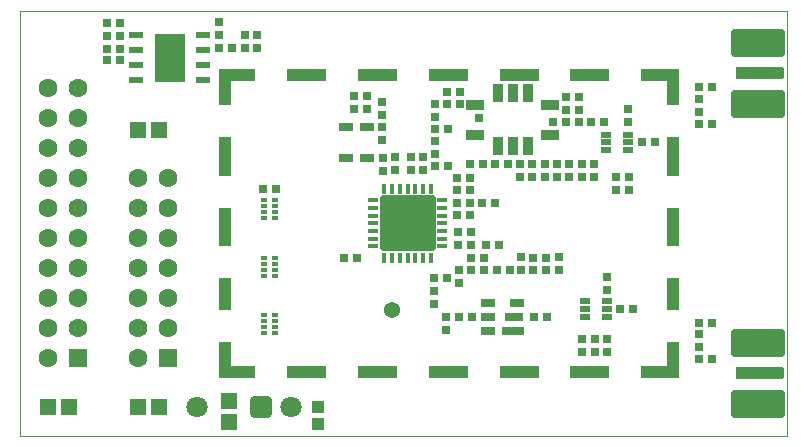
<source format=gts>
%FSAX43Y43*%
%MOMM*%
G71*
G01*
G75*
G04 Layer_Color=8388736*
%ADD10C,0.300*%
%ADD11R,0.650X0.650*%
%ADD12R,0.650X0.650*%
G04:AMPARAMS|DCode=13|XSize=4.6mm|YSize=4.6mm|CornerRadius=0.115mm|HoleSize=0mm|Usage=FLASHONLY|Rotation=270.000|XOffset=0mm|YOffset=0mm|HoleType=Round|Shape=RoundedRectangle|*
%AMROUNDEDRECTD13*
21,1,4.600,4.370,0,0,270.0*
21,1,4.370,4.600,0,0,270.0*
1,1,0.230,-2.185,-2.185*
1,1,0.230,-2.185,2.185*
1,1,0.230,2.185,2.185*
1,1,0.230,2.185,-2.185*
%
%ADD13ROUNDEDRECTD13*%
%ADD14O,0.300X0.800*%
%ADD15O,0.800X0.300*%
G04:AMPARAMS|DCode=16|XSize=1.7mm|YSize=0.65mm|CornerRadius=0.016mm|HoleSize=0mm|Usage=FLASHONLY|Rotation=180.000|XOffset=0mm|YOffset=0mm|HoleType=Round|Shape=RoundedRectangle|*
%AMROUNDEDRECTD16*
21,1,1.700,0.618,0,0,180.0*
21,1,1.667,0.650,0,0,180.0*
1,1,0.033,-0.834,0.309*
1,1,0.033,0.834,0.309*
1,1,0.033,0.834,-0.309*
1,1,0.033,-0.834,-0.309*
%
%ADD16ROUNDEDRECTD16*%
G04:AMPARAMS|DCode=17|XSize=1.5mm|YSize=0.65mm|CornerRadius=0.016mm|HoleSize=0mm|Usage=FLASHONLY|Rotation=180.000|XOffset=0mm|YOffset=0mm|HoleType=Round|Shape=RoundedRectangle|*
%AMROUNDEDRECTD17*
21,1,1.500,0.618,0,0,180.0*
21,1,1.468,0.650,0,0,180.0*
1,1,0.033,-0.734,0.309*
1,1,0.033,0.734,0.309*
1,1,0.033,0.734,-0.309*
1,1,0.033,-0.734,-0.309*
%
%ADD17ROUNDEDRECTD17*%
G04:AMPARAMS|DCode=18|XSize=1.1mm|YSize=0.65mm|CornerRadius=0.016mm|HoleSize=0mm|Usage=FLASHONLY|Rotation=180.000|XOffset=0mm|YOffset=0mm|HoleType=Round|Shape=RoundedRectangle|*
%AMROUNDEDRECTD18*
21,1,1.100,0.618,0,0,180.0*
21,1,1.067,0.650,0,0,180.0*
1,1,0.033,-0.534,0.309*
1,1,0.033,0.534,0.309*
1,1,0.033,0.534,-0.309*
1,1,0.033,-0.534,-0.309*
%
%ADD18ROUNDEDRECTD18*%
G04:AMPARAMS|DCode=19|XSize=4mm|YSize=2.5mm|CornerRadius=0.063mm|HoleSize=0mm|Usage=FLASHONLY|Rotation=270.000|XOffset=0mm|YOffset=0mm|HoleType=Round|Shape=RoundedRectangle|*
%AMROUNDEDRECTD19*
21,1,4.000,2.375,0,0,270.0*
21,1,3.875,2.500,0,0,270.0*
1,1,0.125,-1.188,-1.938*
1,1,0.125,-1.188,1.938*
1,1,0.125,1.188,1.938*
1,1,0.125,1.188,-1.938*
%
%ADD19ROUNDEDRECTD19*%
G04:AMPARAMS|DCode=20|XSize=0.45mm|YSize=1.1mm|CornerRadius=0.023mm|HoleSize=0mm|Usage=FLASHONLY|Rotation=270.000|XOffset=0mm|YOffset=0mm|HoleType=Round|Shape=RoundedRectangle|*
%AMROUNDEDRECTD20*
21,1,0.450,1.055,0,0,270.0*
21,1,0.405,1.100,0,0,270.0*
1,1,0.045,-0.527,-0.203*
1,1,0.045,-0.527,0.203*
1,1,0.045,0.527,0.203*
1,1,0.045,0.527,-0.203*
%
%ADD20ROUNDEDRECTD20*%
%ADD21R,1.300X1.300*%
%ADD22R,1.300X1.300*%
%ADD23R,0.900X0.900*%
%ADD24R,0.500X0.250*%
G04:AMPARAMS|DCode=25|XSize=1.4mm|YSize=0.8mm|CornerRadius=0.02mm|HoleSize=0mm|Usage=FLASHONLY|Rotation=270.000|XOffset=0mm|YOffset=0mm|HoleType=Round|Shape=RoundedRectangle|*
%AMROUNDEDRECTD25*
21,1,1.400,0.760,0,0,270.0*
21,1,1.360,0.800,0,0,270.0*
1,1,0.040,-0.380,-0.680*
1,1,0.040,-0.380,0.680*
1,1,0.040,0.380,0.680*
1,1,0.040,0.380,-0.680*
%
%ADD25ROUNDEDRECTD25*%
G04:AMPARAMS|DCode=26|XSize=1.4mm|YSize=0.8mm|CornerRadius=0.02mm|HoleSize=0mm|Usage=FLASHONLY|Rotation=180.000|XOffset=0mm|YOffset=0mm|HoleType=Round|Shape=RoundedRectangle|*
%AMROUNDEDRECTD26*
21,1,1.400,0.760,0,0,180.0*
21,1,1.360,0.800,0,0,180.0*
1,1,0.040,-0.680,0.380*
1,1,0.040,0.680,0.380*
1,1,0.040,0.680,-0.380*
1,1,0.040,-0.680,-0.380*
%
%ADD26ROUNDEDRECTD26*%
%ADD27C,1.270*%
G04:AMPARAMS|DCode=28|XSize=0.9mm|YSize=4mm|CornerRadius=0.045mm|HoleSize=0mm|Usage=FLASHONLY|Rotation=90.000|XOffset=0mm|YOffset=0mm|HoleType=Round|Shape=RoundedRectangle|*
%AMROUNDEDRECTD28*
21,1,0.900,3.910,0,0,90.0*
21,1,0.810,4.000,0,0,90.0*
1,1,0.090,1.955,0.405*
1,1,0.090,1.955,-0.405*
1,1,0.090,-1.955,-0.405*
1,1,0.090,-1.955,0.405*
%
%ADD28ROUNDEDRECTD28*%
%ADD29R,0.500X0.500*%
%ADD30R,0.850X0.400*%
%ADD31R,1.050X0.700*%
%ADD32C,0.400*%
%ADD33C,0.500*%
%ADD34C,1.000*%
%ADD35C,0.200*%
%ADD36C,0.650*%
%ADD37C,0.600*%
%ADD38C,0.800*%
%ADD39C,0.250*%
%ADD40C,0.050*%
%ADD41C,1.500*%
G04:AMPARAMS|DCode=42|XSize=1.5mm|YSize=1.5mm|CornerRadius=0.075mm|HoleSize=0mm|Usage=FLASHONLY|Rotation=90.000|XOffset=0mm|YOffset=0mm|HoleType=Round|Shape=RoundedRectangle|*
%AMROUNDEDRECTD42*
21,1,1.500,1.350,0,0,90.0*
21,1,1.350,1.500,0,0,90.0*
1,1,0.150,0.675,0.675*
1,1,0.150,0.675,-0.675*
1,1,0.150,-0.675,-0.675*
1,1,0.150,-0.675,0.675*
%
%ADD42ROUNDEDRECTD42*%
%ADD43C,1.700*%
G04:AMPARAMS|DCode=44|XSize=1.7mm|YSize=1.7mm|CornerRadius=0.17mm|HoleSize=0mm|Usage=FLASHONLY|Rotation=0.000|XOffset=0mm|YOffset=0mm|HoleType=Round|Shape=RoundedRectangle|*
%AMROUNDEDRECTD44*
21,1,1.700,1.360,0,0,0.0*
21,1,1.360,1.700,0,0,0.0*
1,1,0.340,0.680,-0.680*
1,1,0.340,-0.680,-0.680*
1,1,0.340,-0.680,0.680*
1,1,0.340,0.680,0.680*
%
%ADD44ROUNDEDRECTD44*%
G04:AMPARAMS|DCode=45|XSize=2.2mm|YSize=4.4mm|CornerRadius=0.11mm|HoleSize=0mm|Usage=FLASHONLY|Rotation=90.000|XOffset=0mm|YOffset=0mm|HoleType=Round|Shape=RoundedRectangle|*
%AMROUNDEDRECTD45*
21,1,2.200,4.180,0,0,90.0*
21,1,1.980,4.400,0,0,90.0*
1,1,0.220,2.090,0.990*
1,1,0.220,2.090,-0.990*
1,1,0.220,-2.090,-0.990*
1,1,0.220,-2.090,0.990*
%
%ADD45ROUNDEDRECTD45*%
%ADD46C,0.800*%
%ADD47C,0.600*%
%ADD48C,0.580*%
%ADD49C,0.150*%
%ADD50C,0.100*%
%ADD51C,0.010*%
%ADD52C,0.025*%
%ADD53R,1.600X2.800*%
%ADD54R,0.750X0.750*%
%ADD55R,0.750X0.750*%
G04:AMPARAMS|DCode=56|XSize=4.7mm|YSize=4.7mm|CornerRadius=0.165mm|HoleSize=0mm|Usage=FLASHONLY|Rotation=270.000|XOffset=0mm|YOffset=0mm|HoleType=Round|Shape=RoundedRectangle|*
%AMROUNDEDRECTD56*
21,1,4.700,4.370,0,0,270.0*
21,1,4.370,4.700,0,0,270.0*
1,1,0.330,-2.185,-2.185*
1,1,0.330,-2.185,2.185*
1,1,0.330,2.185,2.185*
1,1,0.330,2.185,-2.185*
%
%ADD56ROUNDEDRECTD56*%
%ADD57O,0.400X0.900*%
%ADD58O,0.900X0.400*%
G04:AMPARAMS|DCode=59|XSize=1.8mm|YSize=0.75mm|CornerRadius=0.066mm|HoleSize=0mm|Usage=FLASHONLY|Rotation=180.000|XOffset=0mm|YOffset=0mm|HoleType=Round|Shape=RoundedRectangle|*
%AMROUNDEDRECTD59*
21,1,1.800,0.618,0,0,180.0*
21,1,1.667,0.750,0,0,180.0*
1,1,0.133,-0.834,0.309*
1,1,0.133,0.834,0.309*
1,1,0.133,0.834,-0.309*
1,1,0.133,-0.834,-0.309*
%
%ADD59ROUNDEDRECTD59*%
G04:AMPARAMS|DCode=60|XSize=1.6mm|YSize=0.75mm|CornerRadius=0.066mm|HoleSize=0mm|Usage=FLASHONLY|Rotation=180.000|XOffset=0mm|YOffset=0mm|HoleType=Round|Shape=RoundedRectangle|*
%AMROUNDEDRECTD60*
21,1,1.600,0.618,0,0,180.0*
21,1,1.468,0.750,0,0,180.0*
1,1,0.133,-0.734,0.309*
1,1,0.133,0.734,0.309*
1,1,0.133,0.734,-0.309*
1,1,0.133,-0.734,-0.309*
%
%ADD60ROUNDEDRECTD60*%
G04:AMPARAMS|DCode=61|XSize=1.2mm|YSize=0.75mm|CornerRadius=0.066mm|HoleSize=0mm|Usage=FLASHONLY|Rotation=180.000|XOffset=0mm|YOffset=0mm|HoleType=Round|Shape=RoundedRectangle|*
%AMROUNDEDRECTD61*
21,1,1.200,0.618,0,0,180.0*
21,1,1.067,0.750,0,0,180.0*
1,1,0.133,-0.534,0.309*
1,1,0.133,0.534,0.309*
1,1,0.133,0.534,-0.309*
1,1,0.133,-0.534,-0.309*
%
%ADD61ROUNDEDRECTD61*%
G04:AMPARAMS|DCode=62|XSize=4.1mm|YSize=2.6mm|CornerRadius=0.113mm|HoleSize=0mm|Usage=FLASHONLY|Rotation=270.000|XOffset=0mm|YOffset=0mm|HoleType=Round|Shape=RoundedRectangle|*
%AMROUNDEDRECTD62*
21,1,4.100,2.375,0,0,270.0*
21,1,3.875,2.600,0,0,270.0*
1,1,0.225,-1.188,-1.938*
1,1,0.225,-1.188,1.938*
1,1,0.225,1.188,1.938*
1,1,0.225,1.188,-1.938*
%
%ADD62ROUNDEDRECTD62*%
G04:AMPARAMS|DCode=63|XSize=0.55mm|YSize=1.2mm|CornerRadius=0.073mm|HoleSize=0mm|Usage=FLASHONLY|Rotation=270.000|XOffset=0mm|YOffset=0mm|HoleType=Round|Shape=RoundedRectangle|*
%AMROUNDEDRECTD63*
21,1,0.550,1.055,0,0,270.0*
21,1,0.405,1.200,0,0,270.0*
1,1,0.145,-0.527,-0.203*
1,1,0.145,-0.527,0.203*
1,1,0.145,0.527,0.203*
1,1,0.145,0.527,-0.203*
%
%ADD63ROUNDEDRECTD63*%
%ADD64R,1.400X1.400*%
%ADD65R,1.400X1.400*%
%ADD66R,1.000X1.000*%
%ADD67R,0.600X0.350*%
G04:AMPARAMS|DCode=68|XSize=1.5mm|YSize=0.9mm|CornerRadius=0.07mm|HoleSize=0mm|Usage=FLASHONLY|Rotation=270.000|XOffset=0mm|YOffset=0mm|HoleType=Round|Shape=RoundedRectangle|*
%AMROUNDEDRECTD68*
21,1,1.500,0.760,0,0,270.0*
21,1,1.360,0.900,0,0,270.0*
1,1,0.140,-0.380,-0.680*
1,1,0.140,-0.380,0.680*
1,1,0.140,0.380,0.680*
1,1,0.140,0.380,-0.680*
%
%ADD68ROUNDEDRECTD68*%
G04:AMPARAMS|DCode=69|XSize=1.5mm|YSize=0.9mm|CornerRadius=0.07mm|HoleSize=0mm|Usage=FLASHONLY|Rotation=180.000|XOffset=0mm|YOffset=0mm|HoleType=Round|Shape=RoundedRectangle|*
%AMROUNDEDRECTD69*
21,1,1.500,0.760,0,0,180.0*
21,1,1.360,0.900,0,0,180.0*
1,1,0.140,-0.680,0.380*
1,1,0.140,0.680,0.380*
1,1,0.140,0.680,-0.380*
1,1,0.140,-0.680,-0.380*
%
%ADD69ROUNDEDRECTD69*%
%ADD70C,1.370*%
G04:AMPARAMS|DCode=71|XSize=1mm|YSize=4.1mm|CornerRadius=0.095mm|HoleSize=0mm|Usage=FLASHONLY|Rotation=90.000|XOffset=0mm|YOffset=0mm|HoleType=Round|Shape=RoundedRectangle|*
%AMROUNDEDRECTD71*
21,1,1.000,3.910,0,0,90.0*
21,1,0.810,4.100,0,0,90.0*
1,1,0.190,1.955,0.405*
1,1,0.190,1.955,-0.405*
1,1,0.190,-1.955,-0.405*
1,1,0.190,-1.955,0.405*
%
%ADD71ROUNDEDRECTD71*%
%ADD72R,0.600X0.600*%
%ADD73R,0.950X0.500*%
%ADD74R,1.150X0.800*%
%ADD75C,1.600*%
G04:AMPARAMS|DCode=76|XSize=1.6mm|YSize=1.6mm|CornerRadius=0.125mm|HoleSize=0mm|Usage=FLASHONLY|Rotation=90.000|XOffset=0mm|YOffset=0mm|HoleType=Round|Shape=RoundedRectangle|*
%AMROUNDEDRECTD76*
21,1,1.600,1.350,0,0,90.0*
21,1,1.350,1.600,0,0,90.0*
1,1,0.250,0.675,0.675*
1,1,0.250,0.675,-0.675*
1,1,0.250,-0.675,-0.675*
1,1,0.250,-0.675,0.675*
%
%ADD76ROUNDEDRECTD76*%
%ADD77C,1.800*%
G04:AMPARAMS|DCode=78|XSize=1.8mm|YSize=1.8mm|CornerRadius=0.22mm|HoleSize=0mm|Usage=FLASHONLY|Rotation=0.000|XOffset=0mm|YOffset=0mm|HoleType=Round|Shape=RoundedRectangle|*
%AMROUNDEDRECTD78*
21,1,1.800,1.360,0,0,0.0*
21,1,1.360,1.800,0,0,0.0*
1,1,0.440,0.680,-0.680*
1,1,0.440,-0.680,-0.680*
1,1,0.440,-0.680,0.680*
1,1,0.440,0.680,0.680*
%
%ADD78ROUNDEDRECTD78*%
G04:AMPARAMS|DCode=79|XSize=2.3mm|YSize=4.5mm|CornerRadius=0.16mm|HoleSize=0mm|Usage=FLASHONLY|Rotation=90.000|XOffset=0mm|YOffset=0mm|HoleType=Round|Shape=RoundedRectangle|*
%AMROUNDEDRECTD79*
21,1,2.300,4.180,0,0,90.0*
21,1,1.980,4.500,0,0,90.0*
1,1,0.320,2.090,0.990*
1,1,0.320,2.090,-0.990*
1,1,0.320,-2.090,-0.990*
1,1,0.320,-2.090,0.990*
%
%ADD79ROUNDEDRECTD79*%
G36*
X0025950Y0004900D02*
X0022650D01*
Y0005900D01*
X0025950D01*
Y0004900D01*
D02*
G37*
G36*
X0043950D02*
X0040650D01*
Y0005900D01*
X0043950D01*
Y0004900D01*
D02*
G37*
G36*
X0055800Y0010650D02*
X0054800D01*
Y0013350D01*
X0055800D01*
Y0010650D01*
D02*
G37*
G36*
Y0016050D02*
X0054800D01*
Y0019350D01*
X0055800D01*
Y0016050D01*
D02*
G37*
G36*
X0017900Y0010650D02*
X0016900D01*
Y0013350D01*
X0017900D01*
Y0010650D01*
D02*
G37*
G36*
Y0005900D02*
X0019950D01*
Y0004900D01*
X0017900D01*
Y0004900D01*
X0016900D01*
Y0004900D01*
Y0005900D01*
Y0007950D01*
X0017900D01*
Y0005900D01*
D02*
G37*
G36*
X0055800Y0004900D02*
X0054800D01*
Y0004900D01*
X0052650D01*
Y0005900D01*
X0054800D01*
Y0007950D01*
X0055800D01*
Y0004900D01*
D02*
G37*
G36*
X0049950Y0004900D02*
X0046650D01*
Y0005900D01*
X0049950D01*
Y0004900D01*
D02*
G37*
G36*
X0037950D02*
X0034650D01*
Y0005900D01*
X0037950D01*
Y0004900D01*
D02*
G37*
G36*
X0031950D02*
X0028650D01*
Y0005900D01*
X0031950D01*
Y0004900D01*
D02*
G37*
G36*
X0025950Y0030100D02*
X0022650D01*
Y0031100D01*
X0025950D01*
Y0030100D01*
D02*
G37*
G36*
X0049950D02*
X0046650D01*
Y0031100D01*
X0049950D01*
Y0030100D01*
D02*
G37*
G36*
X0031950D02*
X0028650D01*
Y0031100D01*
X0031950D01*
Y0030100D01*
D02*
G37*
G36*
X0043950D02*
X0040650D01*
Y0031100D01*
X0043950D01*
Y0030100D01*
D02*
G37*
G36*
X0037950D02*
X0034650D01*
Y0031100D01*
X0037950D01*
Y0030100D01*
D02*
G37*
G36*
X0055800Y0022050D02*
X0054800D01*
Y0025350D01*
X0055800D01*
Y0022050D01*
D02*
G37*
G36*
X0017900Y0016050D02*
X0016900D01*
Y0019350D01*
X0017900D01*
Y0016050D01*
D02*
G37*
G36*
Y0022050D02*
X0016900D01*
Y0025350D01*
X0017900D01*
Y0022050D01*
D02*
G37*
G36*
X0019950Y0030100D02*
X0017900D01*
Y0028000D01*
X0016900D01*
Y0030100D01*
Y0031100D01*
X0019950D01*
Y0030100D01*
D02*
G37*
G36*
X0055700Y0031100D02*
X0055800D01*
Y0028000D01*
X0054800D01*
Y0030100D01*
X0052650D01*
Y0031100D01*
X0055700D01*
Y0031100D01*
D02*
G37*
D40*
X0000000Y0000000D02*
Y0036000D01*
X0065000D01*
Y0000000D02*
Y0036000D01*
X0000000Y0000000D02*
X0065000D01*
D54*
X0028350Y0027724D02*
D03*
X0029450D02*
D03*
Y0028749D02*
D03*
X0028350D02*
D03*
X0037275Y0029100D02*
D03*
X0036175D02*
D03*
X0047350Y0026600D02*
D03*
X0046250D02*
D03*
X0049500D02*
D03*
X0048400D02*
D03*
X0038300Y0010100D02*
D03*
X0037200D02*
D03*
X0047600Y0021950D02*
D03*
X0046500D02*
D03*
X0058600Y0029550D02*
D03*
X0057500D02*
D03*
X0040250Y0023050D02*
D03*
X0041350D02*
D03*
X0043400D02*
D03*
X0044500D02*
D03*
X0053800Y0024880D02*
D03*
X0052700D02*
D03*
X0058600Y0026450D02*
D03*
X0057500D02*
D03*
X0039250Y0023050D02*
D03*
X0038150D02*
D03*
X0037050Y0021850D02*
D03*
X0038150D02*
D03*
X0044500Y0021950D02*
D03*
X0043400D02*
D03*
X0028600Y0015100D02*
D03*
X0027500D02*
D03*
X0007400Y0034950D02*
D03*
X0008500D02*
D03*
Y0033900D02*
D03*
X0007400D02*
D03*
X0008500Y0031800D02*
D03*
X0007400D02*
D03*
X0018000Y0032865D02*
D03*
X0016900D02*
D03*
X0007400Y0032800D02*
D03*
X0008500D02*
D03*
X0044700Y0010100D02*
D03*
X0043600D02*
D03*
X0050850Y0010750D02*
D03*
X0051950D02*
D03*
X0036200Y0013350D02*
D03*
X0035100D02*
D03*
X0040400Y0014100D02*
D03*
X0041500D02*
D03*
X0038250Y0015100D02*
D03*
X0039350D02*
D03*
X0040600Y0016134D02*
D03*
X0039500D02*
D03*
X0039350Y0014100D02*
D03*
X0038250D02*
D03*
X0058600Y0009600D02*
D03*
X0057500D02*
D03*
X0020600Y0020950D02*
D03*
X0021700D02*
D03*
X0057500Y0006500D02*
D03*
X0058600D02*
D03*
X0044600Y0014100D02*
D03*
X0043500D02*
D03*
Y0015100D02*
D03*
X0044600D02*
D03*
X0047600Y0023050D02*
D03*
X0046500D02*
D03*
X0035175Y0022858D02*
D03*
X0036275D02*
D03*
X0038150Y0018700D02*
D03*
X0037050D02*
D03*
X0040250Y0019750D02*
D03*
X0039150D02*
D03*
X0036275Y0026000D02*
D03*
X0035175D02*
D03*
X0037275Y0028100D02*
D03*
X0036175D02*
D03*
X0037150Y0016134D02*
D03*
X0038250D02*
D03*
Y0017300D02*
D03*
X0037150D02*
D03*
D55*
X0030738Y0023500D02*
D03*
Y0022400D02*
D03*
X0030700Y0028300D02*
D03*
Y0027200D02*
D03*
X0047350Y0027600D02*
D03*
Y0028700D02*
D03*
X0045150Y0025500D02*
D03*
Y0026600D02*
D03*
X0046250Y0027600D02*
D03*
Y0028700D02*
D03*
X0037050Y0019750D02*
D03*
Y0020850D02*
D03*
X0057500Y0027450D02*
D03*
Y0028550D02*
D03*
X0051552Y0027672D02*
D03*
Y0026572D02*
D03*
X0035175Y0023858D02*
D03*
Y0024958D02*
D03*
X0050530Y0021906D02*
D03*
Y0020806D02*
D03*
X0045500Y0021950D02*
D03*
Y0023050D02*
D03*
X0035175Y0028100D02*
D03*
Y0027000D02*
D03*
X0042400Y0021950D02*
D03*
Y0023050D02*
D03*
X0051580Y0021906D02*
D03*
Y0020806D02*
D03*
X0047650Y0007100D02*
D03*
Y0008200D02*
D03*
X0049750Y0007100D02*
D03*
Y0008200D02*
D03*
X0057500Y0007500D02*
D03*
Y0008600D02*
D03*
X0049750Y0013500D02*
D03*
Y0012400D02*
D03*
X0016900Y0035065D02*
D03*
Y0033965D02*
D03*
X0020101Y0032865D02*
D03*
Y0033965D02*
D03*
X0019051Y0032865D02*
D03*
Y0033965D02*
D03*
X0030700Y0025100D02*
D03*
Y0026200D02*
D03*
X0035100Y0012300D02*
D03*
Y0011200D02*
D03*
X0036150Y0009000D02*
D03*
Y0010100D02*
D03*
X0031800Y0023650D02*
D03*
Y0022550D02*
D03*
X0038150Y0019750D02*
D03*
Y0020850D02*
D03*
X0042500Y0015200D02*
D03*
Y0014100D02*
D03*
X0037250Y0013000D02*
D03*
Y0014100D02*
D03*
X0034150Y0023650D02*
D03*
Y0022550D02*
D03*
X0033150Y0023650D02*
D03*
Y0022550D02*
D03*
X0048700Y0007100D02*
D03*
Y0008200D02*
D03*
X0045650Y0014100D02*
D03*
Y0015200D02*
D03*
X0048650Y0023050D02*
D03*
Y0021950D02*
D03*
X0038870Y0028000D02*
D03*
Y0026900D02*
D03*
D56*
X0032850Y0018000D02*
D03*
D57*
X0034800Y0020950D02*
D03*
X0034150D02*
D03*
X0033500D02*
D03*
X0032850D02*
D03*
X0032200D02*
D03*
X0031550D02*
D03*
X0030900D02*
D03*
Y0015050D02*
D03*
X0031550D02*
D03*
X0032200D02*
D03*
X0032850D02*
D03*
X0033500D02*
D03*
X0034150D02*
D03*
X0034800D02*
D03*
D58*
X0029900Y0019950D02*
D03*
Y0019300D02*
D03*
Y0018650D02*
D03*
Y0018000D02*
D03*
Y0017350D02*
D03*
Y0016700D02*
D03*
Y0016050D02*
D03*
X0035800D02*
D03*
Y0016700D02*
D03*
Y0017350D02*
D03*
Y0018000D02*
D03*
Y0018650D02*
D03*
Y0019300D02*
D03*
Y0019950D02*
D03*
D59*
X0041800Y0008900D02*
D03*
D60*
X0041900Y0010100D02*
D03*
D61*
X0042100Y0011300D02*
D03*
X0039700Y0008900D02*
D03*
Y0010100D02*
D03*
Y0011300D02*
D03*
D62*
X0012700Y0032050D02*
D03*
D63*
X0015500Y0033955D02*
D03*
Y0032685D02*
D03*
Y0030145D02*
D03*
Y0031415D02*
D03*
X0009900D02*
D03*
Y0030145D02*
D03*
Y0032685D02*
D03*
Y0033955D02*
D03*
D64*
X0017700Y0001200D02*
D03*
Y0003000D02*
D03*
D65*
X0010049Y0025950D02*
D03*
X0011849D02*
D03*
Y0002450D02*
D03*
X0010049D02*
D03*
X0004199Y0002500D02*
D03*
X0002399D02*
D03*
D66*
X0025250D02*
D03*
Y0001000D02*
D03*
D67*
X0021600Y0019950D02*
D03*
Y0019450D02*
D03*
Y0018950D02*
D03*
Y0018450D02*
D03*
X0020700D02*
D03*
Y0018950D02*
D03*
X0020700Y0019450D02*
D03*
Y0019950D02*
D03*
X0021600Y0015050D02*
D03*
Y0014550D02*
D03*
Y0014050D02*
D03*
Y0013550D02*
D03*
X0020700D02*
D03*
Y0014050D02*
D03*
X0020700Y0014550D02*
D03*
Y0015050D02*
D03*
X0021600Y0010250D02*
D03*
Y0009750D02*
D03*
Y0009250D02*
D03*
Y0008750D02*
D03*
X0020700D02*
D03*
Y0009250D02*
D03*
X0020700Y0009750D02*
D03*
Y0010250D02*
D03*
D68*
X0040480Y0029010D02*
D03*
X0041750D02*
D03*
X0043020D02*
D03*
X0040480Y0024590D02*
D03*
X0041750D02*
D03*
X0043020D02*
D03*
D69*
X0038550Y0028070D02*
D03*
Y0025530D02*
D03*
X0044950Y0028070D02*
D03*
Y0025530D02*
D03*
D70*
X0031550Y0010650D02*
D03*
D71*
X0062700Y0030700D02*
D03*
Y0005300D02*
D03*
D72*
X0017300D02*
D03*
D73*
X0049750Y0011400D02*
D03*
Y0010750D02*
D03*
Y0010100D02*
D03*
X0047850D02*
D03*
Y0010750D02*
D03*
Y0011400D02*
D03*
X0049650Y0025530D02*
D03*
Y0024880D02*
D03*
Y0024230D02*
D03*
X0051550D02*
D03*
Y0024880D02*
D03*
Y0025530D02*
D03*
D74*
X0029450Y0026200D02*
D03*
X0027650D02*
D03*
X0029450Y0023500D02*
D03*
X0027650D02*
D03*
D75*
X0010030Y0021840D02*
D03*
X0012570D02*
D03*
X0010030Y0019300D02*
D03*
X0012570D02*
D03*
X0010030Y0016760D02*
D03*
X0012570D02*
D03*
X0010030Y0014220D02*
D03*
X0012570D02*
D03*
X0010030Y0011680D02*
D03*
X0012570D02*
D03*
X0010030Y0009140D02*
D03*
X0012570D02*
D03*
X0010030Y0006600D02*
D03*
X0002410D02*
D03*
X0004950Y0009140D02*
D03*
X0002410D02*
D03*
X0004950Y0011680D02*
D03*
X0002410D02*
D03*
X0004950Y0014220D02*
D03*
X0002410D02*
D03*
X0004950Y0016760D02*
D03*
X0002410D02*
D03*
X0004950Y0019300D02*
D03*
X0002410D02*
D03*
X0004950Y0021840D02*
D03*
X0002410D02*
D03*
X0004950Y0024380D02*
D03*
X0002410D02*
D03*
X0004950Y0026920D02*
D03*
X0002410D02*
D03*
X0004950Y0029460D02*
D03*
X0002410D02*
D03*
D76*
X0012570Y0006600D02*
D03*
X0004950D02*
D03*
D77*
X0015000Y0002500D02*
D03*
X0022990Y0002500D02*
D03*
D78*
X0020450D02*
D03*
D79*
X0062500Y0028100D02*
D03*
Y0033300D02*
D03*
Y0007900D02*
D03*
Y0002700D02*
D03*
M02*

</source>
